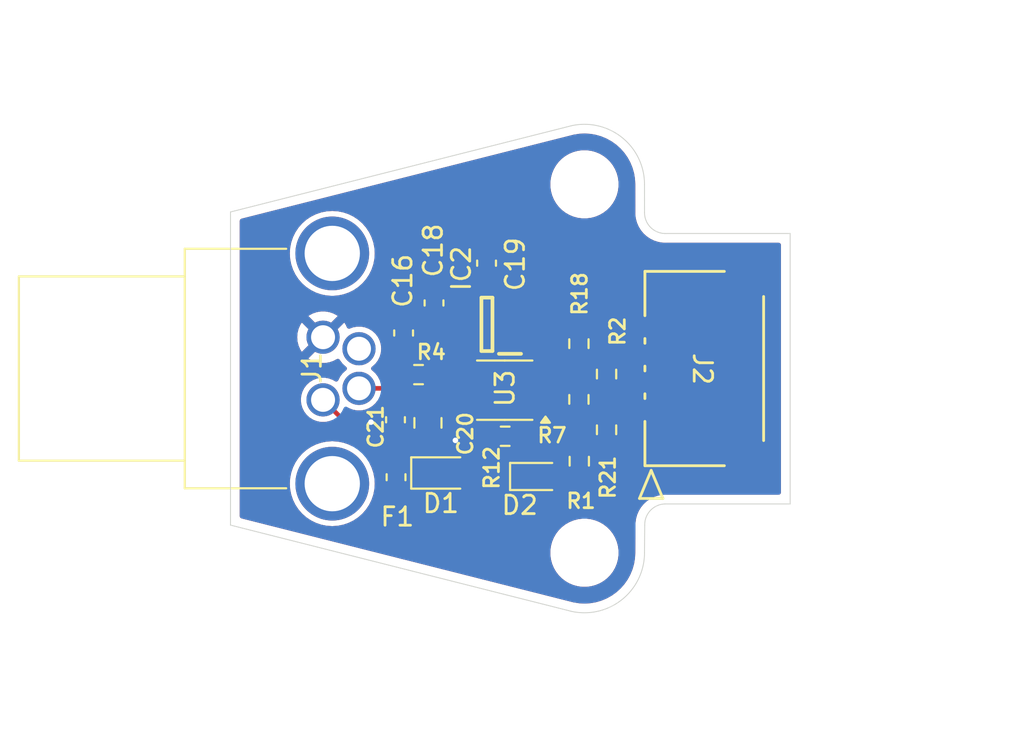
<source format=kicad_pcb>
(kicad_pcb (version 20240108) (generator "pcbnew") (generator_version "8.0")
  (layers (0 "F.Cu" signal) (31 "B.Cu" signal) (34 "B.Paste" user) (35 "F.Paste" user) (36 "B.SilkS" user "B.Silkscreen") (37 "F.SilkS" user "F.Silkscreen") (38 "B.Mask" user) (39 "F.Mask" user) (44 "Edge.Cuts" user))
  (net 0 "")
  (net 1 "+5V")
  (net 2 "GND")
  (net 3 "/Strain_out_f")
  (net 4 "/V_{x}")
  (net 5 "Net-(D2-A)")
  (net 6 "/V_{out,x}")
  (net 7 "/V_{ref}")
  (net 9 "Net-(R12-Pad1)")
  (net 10 "Net-(R12-Pad2)")
  (net 11 "/Strain_in_b")
  (net 12 "/Strain_out_b")
  (net 13 "/Strain_in_f")
  (net 14 "Net-(J1-Pin_1)")
  (footprint "Resistor_SMD:R_0603_1608Metric" (layer "F.Cu") (at 126 60.33 180)
    (property "Reference" "R4" (at -0.69 1.22 180) (layer "F.SilkS") (effects (font (size 0.8 0.8))))
    (property "Value" "5,6k")
    (fp_line (start -0.237258 0.5225) (end 0.237258 0.5225) (stroke (width 0.12)) (layer "F.SilkS"))
    (fp_line (start -0.237258 -0.5225) (end 0.237258 -0.5225) (stroke (width 0.12)) (layer "F.SilkS"))
    (pad "1" smd roundrect (at -0.825 0 180) (size 0.8 0.95) (layers "F.Cu" "F.Paste" "F.Mask") (net 6 "/V_{out,x}"))
    (pad "2" smd roundrect (at 0.825 0 180) (size 0.8 0.95) (layers "F.Cu" "F.Paste" "F.Mask") (net 4 "/V_{x}"))
  )
  (footprint "Resistor_SMD:R_0603_1608Metric" (layer "F.Cu") (at 134.7 58.65 90)
    (property "Reference" "R18" (at 2.7 0.04 90) (layer "F.SilkS") (effects (font (size 0.8 0.8))))
    (property "Value" "330")
    (fp_line (start -0.237258 -0.5225) (end 0.237258 -0.5225) (stroke (width 0.12)) (layer "F.SilkS"))
    (fp_line (start -0.237258 0.5225) (end 0.237258 0.5225) (stroke (width 0.12)) (layer "F.SilkS"))
    (pad "1" smd roundrect (at -0.825 0 90) (size 0.8 0.95) (layers "F.Cu" "F.Paste" "F.Mask") (net 12 "/Strain_out_b"))
    (pad "2" smd roundrect (at 0.825 0 90) (size 0.8 0.95) (layers "F.Cu" "F.Paste" "F.Mask") (net 2 "GND"))
  )
  (footprint "Resistor_SMD:R_0603_1608Metric" (layer "F.Cu") (at 134.72 65.03 -90)
    (property "Reference" "R1" (at 2.16 -0.09 180) (layer "F.SilkS") (effects (font (size 0.8 0.8))))
    (property "Value" "1k")
    (fp_line (start -0.237258 0.5225) (end 0.237258 0.5225) (stroke (width 0.12)) (layer "F.SilkS"))
    (fp_line (start -0.237258 -0.5225) (end 0.237258 -0.5225) (stroke (width 0.12)) (layer "F.SilkS"))
    (pad "1" smd roundrect (at -0.825 0 270) (size 0.8 0.95) (layers "F.Cu" "F.Paste" "F.Mask") (net 1 "+5V"))
    (pad "2" smd roundrect (at 0.825 0 270) (size 0.8 0.95) (layers "F.Cu" "F.Paste" "F.Mask") (net 5 "Net-(D2-A)"))
  )
  (footprint "Resistor_SMD:R_0603_1608Metric" (layer "F.Cu") (at 134.7 61.675 90)
    (property "Reference" "R7" (at -1.955 -1.46 180) (layer "F.SilkS") (effects (font (size 0.8 0.8))))
    (property "Value" "120")
    (fp_line (start -0.237258 -0.5225) (end 0.237258 -0.5225) (stroke (width 0.12)) (layer "F.SilkS"))
    (fp_line (start -0.237258 0.5225) (end 0.237258 0.5225) (stroke (width 0.12)) (layer "F.SilkS"))
    (pad "1" smd roundrect (at -0.825 0 90) (size 0.8 0.95) (layers "F.Cu" "F.Paste" "F.Mask") (net 13 "/Strain_in_f"))
    (pad "2" smd roundrect (at 0.825 0 90) (size 0.8 0.95) (layers "F.Cu" "F.Paste" "F.Mask") (net 11 "/Strain_in_b"))
  )
  (footprint "Capacitor_SMD:C_0603_1608Metric" (layer "F.Cu") (at 125.19 58.07 90)
    (property "Reference" "C16" (at 2.83 -0.05 90) (layer "F.SilkS"))
    (property "Value" "1u")
    (fp_line (start -0.14058 -0.51) (end 0.14058 -0.51) (stroke (width 0.12)) (layer "F.SilkS"))
    (fp_line (start -0.14058 0.51) (end 0.14058 0.51) (stroke (width 0.12)) (layer "F.SilkS"))
    (pad "1" smd roundrect (at -0.775 0 90) (size 0.9 0.95) (layers "F.Cu" "F.Paste" "F.Mask") (net 4 "/V_{x}"))
    (pad "2" smd roundrect (at 0.775 0 90) (size 0.9 0.95) (layers "F.Cu" "F.Paste" "F.Mask") (net 2 "GND"))
  )
  (footprint "Resistor_SMD:R_0603_1608Metric" (layer "F.Cu") (at 136.2 63.325 90)
    (property "Reference" "R21" (at -2.585 0.07 90) (layer "F.SilkS") (effects (font (size 0.8 0.8))))
    (property "Value" "330")
    (fp_line (start -0.237258 -0.5225) (end 0.237258 -0.5225) (stroke (width 0.12)) (layer "F.SilkS"))
    (fp_line (start -0.237258 0.5225) (end 0.237258 0.5225) (stroke (width 0.12)) (layer "F.SilkS"))
    (pad "1" smd roundrect (at -0.825 0 90) (size 0.8 0.95) (layers "F.Cu" "F.Paste" "F.Mask") (net 1 "+5V"))
    (pad "2" smd roundrect (at 0.825 0 90) (size 0.8 0.95) (layers "F.Cu" "F.Paste" "F.Mask") (net 13 "/Strain_in_f"))
  )
  (footprint "Capacitor_SMD:C_0603_1608Metric" (layer "F.Cu") (at 129.69 54.28 90)
    (property "Reference" "C19" (at -0.06 1.55 90) (layer "F.SilkS"))
    (property "Value" "100n")
    (fp_line (start -0.14058 -0.51) (end 0.14058 -0.51) (stroke (width 0.12)) (layer "F.SilkS"))
    (fp_line (start -0.14058 0.51) (end 0.14058 0.51) (stroke (width 0.12)) (layer "F.SilkS"))
    (pad "1" smd roundrect (at -0.775 0 90) (size 0.9 0.95) (layers "F.Cu" "F.Paste" "F.Mask") (net 1 "+5V"))
    (pad "2" smd roundrect (at 0.775 0 90) (size 0.9 0.95) (layers "F.Cu" "F.Paste" "F.Mask") (net 2 "GND"))
  )
  (footprint "Capacitor_SMD:C_0603_1608Metric" (layer "F.Cu") (at 124.75 62.78 -90)
    (property "Reference" "C21" (at 0.38 1.07 90) (layer "F.SilkS") (effects (font (size 0.8 0.8))))
    (property "Value" "100n")
    (fp_line (start -0.14058 0.51) (end 0.14058 0.51) (stroke (width 0.12)) (layer "F.SilkS"))
    (fp_line (start -0.14058 -0.51) (end 0.14058 -0.51) (stroke (width 0.12)) (layer "F.SilkS"))
    (pad "1" smd roundrect (at -0.775 0 270) (size 0.9 0.95) (layers "F.Cu" "F.Paste" "F.Mask") (net 1 "+5V"))
    (pad "2" smd roundrect (at 0.775 0 270) (size 0.9 0.95) (layers "F.Cu" "F.Paste" "F.Mask") (net 2 "GND"))
  )
  (footprint "footprints:CON_5040500491" (layer "F.Cu") (at 138.62 62.25 -90)
    (property "Reference" "J2" (at -2.229652 -2.790001 -90) (layer "F.SilkS"))
    (property "Value" "Conn_01x06")
    (fp_line (start 4.802987 0.635) (end 3.278987 0) (stroke (width 0.1524)) (layer "F.SilkS"))
    (fp_line (start -7.524991 0.34) (end -5.120041 0.34) (stroke (width 0.1524)) (layer "F.SilkS"))
    (fp_line (start -3.879961 0.34) (end -3.620039 0.34) (stroke (width 0.1524)) (layer "F.SilkS"))
    (fp_line (start -2.379959 0.34) (end -2.12004 0.34) (stroke (width 0.1524)) (layer "F.SilkS"))
    (fp_line (start -0.87996 0.34) (end -0.62004 0.34) (stroke (width 0.1524)) (layer "F.SilkS"))
    (fp_line (start 0.62004 0.34) (end 3.024988 0.34) (stroke (width 0.1524)) (layer "F.SilkS"))
    (fp_line (start 3.024988 0.34) (end 3.024988 -3.96996) (stroke (width 0.1524)) (layer "F.SilkS"))
    (fp_line (start 3.278987 0) (end 4.802987 -0.635) (stroke (width 0.1524)) (layer "F.SilkS"))
    (fp_line (start 4.802987 -0.635) (end 4.802987 0.635) (stroke (width 0.1524)) (layer "F.SilkS"))
    (fp_line (start -7.524991 -3.96996) (end -7.524991 0.34) (stroke (width 0.1524)) (layer "F.SilkS"))
    (fp_line (start 1.660115 -6.1) (end -6.160116 -6.1) (stroke (width 0.1524)) (layer "F.SilkS"))
    (pad "1" smd rect (at 0 0 270) (size 0.6 1) (layers "F.Cu" "F.Paste" "F.Mask") (net 13 "/Strain_in_f"))
    (pad "2" smd rect (at -1.5 0 270) (size 0.6 1) (layers "F.Cu" "F.Paste" "F.Mask") (net 3 "/Strain_out_f"))
    (pad "3" smd rect (at -2.999999 0 270) (size 0.6 1) (layers "F.Cu" "F.Paste" "F.Mask") (net 12 "/Strain_out_b"))
    (pad "4" smd rect (at -4.500001 0 270) (size 0.6 1) (layers "F.Cu" "F.Paste" "F.Mask") (net 11 "/Strain_in_b"))
    (pad "5" smd rect (at 2.604999 -5.19 270) (size 1.25 1.8) (layers "F.Cu" "F.Paste" "F.Mask") (net 2 "GND"))
    (pad "6" smd rect (at -7.105 -5.19 270) (size 1.25 1.8) (layers "F.Cu" "F.Paste" "F.Mask") (net 2 "GND"))
  )
  (footprint "Diode_SMD:D_SOD-323" (layer "F.Cu") (at 127.2125 65.67)
    (property "Reference" "D1" (at -0.0025 1.65 0) (layer "F.SilkS"))
    (property "Value" "BZX384-C6V2,115")
    (fp_line (start -1.61 -0.85) (end -1.61 0.85) (stroke (width 0.12)) (layer "F.SilkS"))
    (fp_line (start -1.61 -0.85) (end 1.05 -0.85) (stroke (width 0.12)) (layer "F.SilkS"))
    (fp_line (start -1.61 0.85) (end 1.05 0.85) (stroke (width 0.12)) (layer "F.SilkS"))
    (pad "1" smd roundrect (at -1.05 0) (size 0.8 0.6) (layers "F.Cu" "F.Paste" "F.Mask") (net 1 "+5V"))
    (pad "2" smd roundrect (at 1.05 0) (size 0.8 0.6) (layers "F.Cu" "F.Paste" "F.Mask") (net 2 "GND"))
  )
  (footprint "LED_SMD:LED_0603_1608Metric" (layer "F.Cu") (at 132.45 65.86)
    (property "Reference" "D2" (at -0.96 1.56 0) (layer "F.SilkS"))
    (property "Value" "LED")
    (fp_line (start -1.485 -0.735) (end -1.485 0.735) (stroke (width 0.12)) (layer "F.SilkS"))
    (fp_line (start -1.485 0.735) (end 0.8 0.735) (stroke (width 0.12)) (layer "F.SilkS"))
    (fp_line (start 0.8 -0.735) (end -1.485 -0.735) (stroke (width 0.12)) (layer "F.SilkS"))
    (pad "1" smd roundrect (at -0.7875 0) (size 0.875 0.95) (layers "F.Cu" "F.Paste" "F.Mask") (net 2 "GND"))
    (pad "2" smd roundrect (at 0.7875 0) (size 0.875 0.95) (layers "F.Cu" "F.Paste" "F.Mask") (net 5 "Net-(D2-A)"))
  )
  (footprint "Fuse:Fuse_0603_1608Metric" (layer "F.Cu") (at 124.78 65.9 -90)
    (property "Reference" "F1" (at 2.15 -0.07 180) (layer "F.SilkS"))
    (property "Value" "120mA")
    (fp_line (start -0.162779 0.51) (end 0.162779 0.51) (stroke (width 0.12)) (layer "F.SilkS"))
    (fp_line (start -0.162779 -0.51) (end 0.162779 -0.51) (stroke (width 0.12)) (layer "F.SilkS"))
    (pad "1" smd roundrect (at -0.7875 0 270) (size 0.875 0.95) (layers "F.Cu" "F.Paste" "F.Mask") (net 14 "Net-(J1-Pin_1)"))
    (pad "2" smd roundrect (at 0.7875 0 270) (size 0.875 0.95) (layers "F.Cu" "F.Paste" "F.Mask") (net 1 "+5V"))
  )
  (footprint "Resistor_SMD:R_0603_1608Metric" (layer "F.Cu") (at 136.2 60.3 90)
    (property "Reference" "R2" (at 2.32 0.6 90) (layer "F.SilkS") (effects (font (size 0.8 0.8) (thickness 0.15) (bold yes))))
    (property "Value" "120")
    (fp_line (start -0.237258 -0.5225) (end 0.237258 -0.5225) (stroke (width 0.12)) (layer "F.SilkS"))
    (fp_line (start -0.237258 0.5225) (end 0.237258 0.5225) (stroke (width 0.12)) (layer "F.SilkS"))
    (pad "1" smd roundrect (at -0.825 0 90) (size 0.8 0.95) (layers "F.Cu" "F.Paste" "F.Mask") (net 3 "/Strain_out_f"))
    (pad "2" smd roundrect (at 0.825 0 90) (size 0.8 0.95) (layers "F.Cu" "F.Paste" "F.Mask") (net 12 "/Strain_out_b"))
  )
  (footprint "FaSTTUBe_connectors:M8_718_4pin_horizontal" (layer "F.Cu") (at 120.82 60 -90)
    (property "Reference" "J1" (at -0.03 0.6 90) (layer "F.SilkS"))
    (property "Value" "Conn_01x03")
    (fp_line (start -5 16.5) (end -5 7.5) (stroke (width 0.12)) (layer "F.SilkS"))
    (fp_line (start 5 16.5) (end -5 16.5) (stroke (width 0.12)) (layer "F.SilkS"))
    (fp_line (start -6.5 7.5) (end -6.5 2) (stroke (width 0.12)) (layer "F.SilkS"))
    (fp_line (start 5 7.5) (end 5 16.5) (stroke (width 0.12)) (layer "F.SilkS"))
    (fp_line (start 6.5 7.5) (end -6.5 7.5) (stroke (width 0.12)) (layer "F.SilkS"))
    (fp_line (start 6.5 2) (end 6.5 7.5) (stroke (width 0.12)) (layer "F.SilkS"))
    (pad "1" thru_hole circle (at 1.7 0 270) (size 1.8 1.8) (drill 1.3) (layers "*.Cu" "*.Mask") (net 14 "Net-(J1-Pin_1)"))
    (pad "2" thru_hole circle (at 1.075 -1.95 270) (size 1.8 1.8) (drill 1.3) (layers "*.Cu" "*.Mask") (net 4 "/V_{x}"))
    (pad "3" thru_hole circle (at -1.7 0 270) (size 1.8 1.8) (drill 1.3) (layers "*.Cu" "*.Mask") (net 2 "GND"))
    (pad "4" thru_hole circle (at -1.075 -1.95 270) (size 1.8 1.8) (drill 1.3) (layers "*.Cu" "*.Mask"))
    (pad "5" thru_hole circle (at -6.25 -0.5 270) (size 4 4) (drill 3) (layers "*.Cu" "*.Mask"))
    (pad "5" thru_hole circle (at 6.25 -0.5 270) (size 4 4) (drill 3) (layers "*.Cu" "*.Mask"))
  )
  (footprint "Capacitor_SMD:C_0805_2012Metric" (layer "F.Cu") (at 126.51 62.95 -90)
    (property "Reference" "C20" (at 0.59 -2.03 90) (layer "F.SilkS") (effects (font (size 0.8 0.8))))
    (property "Value" "10µ")
    (fp_line (start -0.261252 0.735) (end 0.261252 0.735) (stroke (width 0.12)) (layer "F.SilkS"))
    (fp_line (start -0.261252 -0.735) (end 0.261252 -0.735) (stroke (width 0.12)) (layer "F.SilkS"))
    (pad "1" smd roundrect (at -0.95 0 270) (size 1 1.45) (layers "F.Cu" "F.Paste" "F.Mask") (net 1 "+5V"))
    (pad "2" smd roundrect (at 0.95 0 270) (size 1 1.45) (layers "F.Cu" "F.Paste" "F.Mask") (net 2 "GND"))
  )
  (footprint "Resistor_SMD:R_0603_1608Metric" (layer "F.Cu") (at 130.7 63.675 180)
    (property "Reference" "R12" (at 0.73 -1.715 90) (layer "F.SilkS") (effects (font (size 0.8 0.8))))
    (property "Value" "100")
    (fp_line (start -0.237258 0.5225) (end 0.237258 0.5225) (stroke (width 0.12)) (layer "F.SilkS"))
    (fp_line (start -0.237258 -0.5225) (end 0.237258 -0.5225) (stroke (width 0.12)) (layer "F.SilkS"))
    (pad "1" smd roundrect (at -0.825 0 180) (size 0.8 0.95) (layers "F.Cu" "F.Paste" "F.Mask") (net 9 "Net-(R12-Pad1)"))
    (pad "2" smd roundrect (at 0.825 0 180) (size 0.8 0.95) (layers "F.Cu" "F.Paste" "F.Mask") (net 10 "Net-(R12-Pad2)"))
  )
  (footprint "MountingHole:MountingHole_3.2mm_M3_DIN965" (layer "F.Cu") (at 135 50)
    (property "Reference" "H1" (hide yes))
    (property "Value" "MountingHole")
    (pad "" np_thru_hole circle (at 0 0) (size 3.2 3.2) (drill 3.2) (layers "*.Cu" "*.Mask"))
  )
  (footprint "Package_SO:MSOP-8_3x3mm_P0.65mm" (layer "F.Cu") (at 130.675 61.175 180)
    (property "Reference" "U3" (at -0.0125 0.1 90) (layer "F.SilkS"))
    (property "Value" "AD623ARMZ")
    (fp_line (start 0 1.61) (end 1.5 1.61) (stroke (width 0.12)) (layer "F.SilkS"))
    (fp_line (start 0 1.61) (end -1.5 1.61) (stroke (width 0.12)) (layer "F.SilkS"))
    (fp_line (start 0 -1.61) (end 1.5 -1.61) (stroke (width 0.12)) (layer "F.SilkS"))
    (fp_line (start 0 -1.61) (end -1.5 -1.61) (stroke (width 0.12)) (layer "F.SilkS"))
    (fp_poly (pts (xy -2.2125 -1.435) (xy -2.4525 -1.765) (xy -1.9725 -1.765) (xy -2.2125 -1.435)) (stroke (width 0.12)) (fill solid) (layer "F.SilkS"))
    (pad "1" smd roundrect (at -2.1125 -0.975 180) (size 1.625 0.4) (layers "F.Cu" "F.Paste" "F.Mask") (net 9 "Net-(R12-Pad1)"))
    (pad "2" smd roundrect (at -2.1125 -0.325 180) (size 1.625 0.4) (layers "F.Cu" "F.Paste" "F.Mask") (net 3 "/Strain_out_f"))
    (pad "3" smd roundrect (at -2.1125 0.325 180) (size 1.625 0.4) (layers "F.Cu" "F.Paste" "F.Mask") (net 11 "/Strain_in_b"))
    (pad "4" smd roundrect (at -2.1125 0.975 180) (size 1.625 0.4) (layers "F.Cu" "F.Paste" "F.Mask") (net 2 "GND"))
    (pad "5" smd roundrect (at 2.1125 0.975 180) (size 1.625 0.4) (layers "F.Cu" "F.Paste" "F.Mask") (net 7 "/V_{ref}"))
    (pad "6" smd roundrect (at 2.1125 0.325 180) (size 1.625 0.4) (layers "F.Cu" "F.Paste" "F.Mask") (net 6 "/V_{out,x}"))
    (pad "7" smd roundrect (at 2.1125 -0.325 180) (size 1.625 0.4) (layers "F.Cu" "F.Paste" "F.Mask") (net 1 "+5V"))
    (pad "8" smd roundrect (at 2.1125 -0.975 180) (size 1.625 0.4) (layers "F.Cu" "F.Paste" "F.Mask") (net 10 "Net-(R12-Pad2)"))
  )
  (footprint "Capacitor_SMD:C_0603_1608Metric" (layer "F.Cu") (at 126.84 56.44 90)
    (property "Reference" "C18" (at 2.85 -0.05 90) (layer "F.SilkS"))
    (property "Value" "1µ")
    (fp_line (start -0.14058 -0.51) (end 0.14058 -0.51) (stroke (width 0.12)) (layer "F.SilkS"))
    (fp_line (start -0.14058 0.51) (end 0.14058 0.51) (stroke (width 0.12)) (layer "F.SilkS"))
    (pad "1" smd roundrect (at -0.775 0 90) (size 0.9 0.95) (layers "F.Cu" "F.Paste" "F.Mask") (net 7 "/V_{ref}"))
    (pad "2" smd roundrect (at 0.775 0 90) (size 0.9 0.95) (layers "F.Cu" "F.Paste" "F.Mask") (net 2 "GND"))
  )
  (footprint "SLS:SOT95P280X145-6N" (layer "F.Cu") (at 129.71 57.6 180)
    (property "Reference" "IC2" (at 1.39 3.03 270) (layer "F.SilkS"))
    (property "Value" "REF35250QDBVR" (hide yes))
    (fp_line (start 0.3 1.45) (end -0.3 1.45) (stroke (width 0.2)) (layer "F.SilkS"))
    (fp_line (start 0.3 -1.45) (end 0.3 1.45) (stroke (width 0.2)) (layer "F.SilkS"))
    (fp_line (start -0.3 1.45) (end -0.3 -1.45) (stroke (width 0.2)) (layer "F.SilkS"))
    (fp_line (start -0.3 -1.45) (end 0.3 -1.45) (stroke (width 0.2)) (layer "F.SilkS"))
    (fp_line (start -1.85 -1.6) (end -0.65 -1.6) (stroke (width 0.2)) (layer "F.SilkS"))
    (pad "1" smd rect (at -1.25 -0.95 270) (size 0.6 1.2) (layers "F.Cu" "F.Paste" "F.Mask") (net 2 "GND"))
    (pad "2" smd rect (at -1.25 0 270) (size 0.6 1.2) (layers "F.Cu" "F.Paste" "F.Mask") (net 2 "GND"))
    (pad "3" smd rect (at -1.25 0.95 270) (size 0.6 1.2) (layers "F.Cu" "F.Paste" "F.Mask") (net 1 "+5V"))
    (pad "4" smd rect (at 1.25 0.95 270) (size 0.6 1.2) (layers "F.Cu" "F.Paste" "F.Mask") (net 1 "+5V"))
    (pad "5" smd rect (at 1.25 0 270) (size 0.6 1.2) (layers "F.Cu" "F.Paste" "F.Mask"))
    (pad "6" smd rect (at 1.25 -0.95 270) (size 0.6 1.2) (layers "F.Cu" "F.Paste" "F.Mask") (net 7 "/V_{ref}"))
  )
  (footprint "MountingHole:MountingHole_3.2mm_M3_DIN965" (layer "F.Cu") (at 135 70)
    (property "Reference" "H2" (hide yes))
    (property "Value" "MountingHole")
    (pad "" np_thru_hole circle (at 0 0) (size 3.2 3.2) (drill 3.2) (layers "*.Cu" "*.Mask"))
  )
  (gr_line (start 138.258135 50) (end 138.260001 51.520252) (stroke (width 0.05)) (layer "Edge.Cuts"))
  (gr_arc (start 134.30017 46.817912) (mid 137.041483 47.460749) (end 138.258135 50) (stroke (width 0.05)) (layer "Edge.Cuts"))
  (gr_line (start 115.8 51.5) (end 134.30017 46.817912) (stroke (width 0.05)) (layer "Edge.Cuts"))
  (gr_line (start 139.358906 52.67) (end 146.16 52.67) (stroke (width 0.05)) (layer "Edge.Cuts"))
  (gr_arc (start 138.258135 70) (mid 137.041483 72.53925) (end 134.30017 73.182088) (stroke (width 0.05)) (layer "Edge.Cuts"))
  (gr_line (start 115.8 68.5) (end 134.3 73.182863) (stroke (width 0.05)) (layer "Edge.Cuts"))
  (gr_line (start 115.8 51.5) (end 115.8 68.5) (stroke (width 0.05)) (layer "Edge.Cuts"))
  (gr_line (start 138.258135 70) (end 138.270001 68.5) (stroke (width 0.05)) (layer "Edge.Cuts"))
  (gr_arc (start 139.358906 52.67) (mid 138.572985 52.321138) (end 138.260001 51.520252) (stroke (width 0.05)) (layer "Edge.Cuts"))
  (gr_line (start 146.16 67.350252) (end 146.16 52.67) (stroke (width 0.05)) (layer "Edge.Cuts"))
  (gr_arc (start 138.270001 68.5) (mid 138.582984 67.699114) (end 139.368906 67.350252) (stroke (width 0.05)) (layer "Edge.Cuts"))
  (gr_line (start 139.368906 67.350252) (end 146.16 67.350252) (stroke (width 0.05)) (layer "Edge.Cuts"))
  (segment (start 130.71 62.48) (end 130.71 59.84) (width 0.25) (layer "F.Cu") (net 1))
  (segment (start 136.2 64.15) (end 134.775 64.15) (width 0.25) (layer "F.Cu") (net 1))
  (segment (start 126.51 62) (end 124.755 62) (width 0.25) (layer "F.Cu") (net 1))
  (segment (start 130.248004 64.725) (end 130.273004 64.7) (width 0.25) (layer "F.Cu") (net 1))
  (segment (start 129.69 58.83) (end 129.69 55.055) (width 0.25) (layer "F.Cu") (net 1))
  (segment (start 124.78 66.6875) (end 125.145 66.6875) (width 0.25) (layer "F.Cu") (net 1))
  (segment (start 130.71 59.84) (end 130.4 59.53) (width 0.25) (layer "F.Cu") (net 1))
  (segment (start 127.01 61.5) (end 126.51 62) (width 0.25) (layer "F.Cu") (net 1))
  (segment (start 130.71 64.263004) (end 130.71 62.48) (width 0.25) (layer "F.Cu") (net 1))
  (segment (start 128.5625 61.5) (end 129.73 61.5) (width 0.25) (layer "F.Cu") (net 1))
  (segment (start 127.1075 64.725) (end 130.248004 64.725) (width 0.25) (layer "F.Cu") (net 1))
  (segment (start 129.73 61.5) (end 130.71 62.48) (width 0.25) (layer "F.Cu") (net 1))
  (segment (start 130.39 59.53) (end 129.69 58.83) (width 0.25) (layer "F.Cu") (net 1))
  (segment (start 134.775 64.15) (end 134.72 64.205) (width 0.25) (layer "F.Cu") (net 1))
  (segment (start 130.96 56.65) (end 130.96 56.325) (width 0.25) (layer "F.Cu") (net 1))
  (segment (start 124.755 62) (end 124.75 62.005) (width 0.25) (layer "F.Cu") (net 1))
  (segment (start 130.96 56.325) (end 129.69 55.055) (width 0.25) (layer "F.Cu") (net 1))
  (segment (start 134.195 64.73) (end 130.303004 64.73) (width 0.25) (layer "F.Cu") (net 1))
  (segment (start 130.273004 64.7) (end 130.71 64.263004) (width 0.25) (layer "F.Cu") (net 1))
  (segment (start 126.1625 65.67) (end 127.1075 64.725) (width 0.25) (layer "F.Cu") (net 1))
  (segment (start 128.46 56.65) (end 128.46 56.285) (width 0.25) (layer "F.Cu") (net 1))
  (segment (start 128.46 56.285) (end 129.69 55.055) (width 0.25) (layer "F.Cu") (net 1))
  (segment (start 125.145 66.6875) (end 126.1625 65.67) (width 0.25) (layer "F.Cu") (net 1))
  (segment (start 130.4 59.53) (end 130.39 59.53) (width 0.25) (layer "F.Cu") (net 1))
  (segment (start 128.5625 61.5) (end 127.01 61.5) (width 0.25) (layer "F.Cu") (net 1))
  (segment (start 134.72 64.205) (end 134.195 64.73) (width 0.25) (layer "F.Cu") (net 1))
  (segment (start 124.75 63.555) (end 124.065 63.555) (width 0.25) (layer "F.Cu") (net 2))
  (segment (start 124.065 63.555) (end 123.42 62.91) (width 0.25) (layer "F.Cu") (net 2))
  (segment (start 126.51 63.9) (end 128 63.9) (width 0.25) (layer "F.Cu") (net 2))
  (via (at 128 63.9) (size 0.6) (drill 0.3) (layers "F.Cu" "B.Cu") (net 2))
  (via (at 123.42 62.91) (size 0.6) (drill 0.3) (layers "F.Cu" "B.Cu") (net 2))
  (segment (start 136.2 61.125) (end 138.495 61.125) (width 0.25) (layer "F.Cu") (net 3))
  (segment (start 138.495 61.125) (end 138.62 61) (width 0.25) (layer "F.Cu") (net 3))
  (segment (start 133.553812 61.5) (end 133.728812 61.675) (width 0.25) (layer "F.Cu") (net 3))
  (segment (start 132.7875 61.5) (end 133.553812 61.5) (width 0.25) (layer "F.Cu") (net 3))
  (segment (start 135.65 61.675) (end 136.2 61.125) (width 0.25) (layer "F.Cu") (net 3))
  (segment (start 133.728812 61.675) (end 135.65 61.675) (width 0.25) (layer "F.Cu") (net 3))
  (segment (start 125.175 60.33) (end 125.175 58.86) (width 0.25) (layer "F.Cu") (net 4))
  (segment (start 125.175 58.86) (end 125.19 58.845) (width 0.25) (layer "F.Cu") (net 4))
  (segment (start 124.43 61.075) (end 125.175 60.33) (width 0.25) (layer "F.Cu") (net 4))
  (segment (start 122.77 61.075) (end 124.43 61.075) (width 0.25) (layer "F.Cu") (net 4))
  (segment (start 133.2425 65.855) (end 133.2375 65.86) (width 0.25) (layer "F.Cu") (net 5))
  (segment (start 134.72 65.855) (end 133.2425 65.855) (width 0.25) (layer "F.Cu") (net 5))
  (segment (start 127.345 60.85) (end 126.825 60.33) (width 0.25) (layer "F.Cu") (net 6))
  (segment (start 128.5625 60.85) (end 127.345 60.85) (width 0.25) (layer "F.Cu") (net 6))
  (segment (start 127.86 58.55) (end 128.46 58.55) (width 0.25) (layer "F.Cu") (net 7))
  (segment (start 128.46 58.55) (end 128.46 60.0975) (width 0.25) (layer "F.Cu") (net 7))
  (segment (start 126.84 57.53) (end 127.86 58.55) (width 0.25) (layer "F.Cu") (net 7))
  (segment (start 126.84 57.215) (end 126.84 57.53) (width 0.25) (layer "F.Cu") (net 7))
  (segment (start 128.46 60.0975) (end 128.5625 60.2) (width 0.25) (layer "F.Cu") (net 7))
  (segment (start 131.525 63.675) (end 131.525 63.4125) (width 0.25) (layer "F.Cu") (net 9))
  (segment (start 131.525 63.4125) (end 132.7875 62.15) (width 0.25) (layer "F.Cu") (net 9))
  (segment (start 131.475 63.7) (end 131.475 63.4625) (width 0.25) (layer "F.Cu") (net 9))
  (segment (start 129.875 63.675) (end 129.875 63.4625) (width 0.25) (layer "F.Cu") (net 10))
  (segment (start 129.875 63.4625) (end 128.5625 62.15) (width 0.25) (layer "F.Cu") (net 10))
  (segment (start 132.7875 60.85) (end 134.7 60.85) (width 0.25) (layer "F.Cu") (net 11))
  (segment (start 137.919999 58.45) (end 135.74 58.45) (width 0.25) (layer "F.Cu") (net 11))
  (segment (start 134.201996 58.75) (end 133.851906 59.10009) (width 0.25) (layer "F.Cu") (net 11))
  (segment (start 135.44 58.75) (end 134.201996 58.75) (width 0.25) (layer "F.Cu") (net 11))
  (segment (start 134.7 60.7) (end 134.7 60.85) (width 0.25) (layer "F.Cu") (net 11))
  (segment (start 133.851906 59.10009) (end 133.851906 59.851906) (width 0.25) (layer "F.Cu") (net 11))
  (segment (start 138.62 57.749999) (end 137.919999 58.45) (width 0.25) (layer "F.Cu") (net 11))
  (segment (start 135.74 58.45) (end 135.44 58.75) (width 0.25) (layer "F.Cu") (net 11))
  (segment (start 133.851906 59.851906) (end 134.7 60.7) (width 0.25) (layer "F.Cu") (net 11))
  (segment (start 138.62 59.500001) (end 136.225001 59.500001) (width 0.25) (layer "F.Cu") (net 12))
  (segment (start 136.2 59.475) (end 134.7 59.475) (width 0.25) (layer "F.Cu") (net 12))
  (segment (start 136.225001 59.500001) (end 136.2 59.475) (width 0.25) (layer "F.Cu") (net 12))
  (segment (start 136.2 62.5) (end 134.7 62.5) (width 0.25) (layer "F.Cu") (net 13))
  (segment (start 138.62 62.5) (end 136.2 62.5) (width 0.25) (layer "F.Cu") (net 13))
  (segment (start 124.2325 65.1125) (end 124.78 65.1125) (width 0.25) (layer "F.Cu") (net 14))
  (segment (start 120.82 61.7) (end 124.2325 65.1125) (width 0.25) (layer "F.Cu") (net 14))
  (zone (net 2) (net_name "GND") (layer "F.Cu") (connect_pads (clearance 0.3)) (min_thickness 0.25) (fill yes (thermal_gap 0.5) (thermal_bridge_width 0.5))
    (polygon (pts (xy 148.28 75.07) (xy 113.47 75.01) (xy 113.6 43.84) (xy 148.9 44.34)))
  )
  (zone (net 2) (net_name "GND") (layer "B.Cu") (priority 1) (connect_pads (clearance 0.3)) (min_thickness 0.25) (fill yes (thermal_gap 0.5) (thermal_bridge_width 0.5))
    (polygon (pts (xy 148.28 75.07) (xy 113.47 75.01) (xy 113.6 43.84) (xy 148.9 44.34)))
  )
)
</source>
